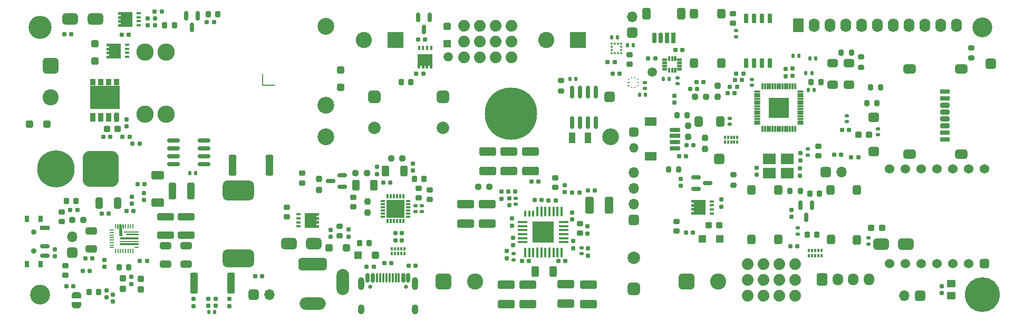
<source format=gbr>
%TF.GenerationSoftware,KiCad,Pcbnew,(6.0.2-0)*%
%TF.CreationDate,2023-06-03T21:04:40-06:00*%
%TF.ProjectId,Catlin RP2040 Sensing Controller,4361746c-696e-4205-9250-323034302053,rev?*%
%TF.SameCoordinates,Original*%
%TF.FileFunction,Soldermask,Top*%
%TF.FilePolarity,Negative*%
%FSLAX46Y46*%
G04 Gerber Fmt 4.6, Leading zero omitted, Abs format (unit mm)*
G04 Created by KiCad (PCBNEW (6.0.2-0)) date 2023-06-03 21:04:40*
%MOMM*%
%LPD*%
G01*
G04 APERTURE LIST*
G04 Aperture macros list*
%AMRoundRect*
0 Rectangle with rounded corners*
0 $1 Rounding radius*
0 $2 $3 $4 $5 $6 $7 $8 $9 X,Y pos of 4 corners*
0 Add a 4 corners polygon primitive as box body*
4,1,4,$2,$3,$4,$5,$6,$7,$8,$9,$2,$3,0*
0 Add four circle primitives for the rounded corners*
1,1,$1+$1,$2,$3*
1,1,$1+$1,$4,$5*
1,1,$1+$1,$6,$7*
1,1,$1+$1,$8,$9*
0 Add four rect primitives between the rounded corners*
20,1,$1+$1,$2,$3,$4,$5,0*
20,1,$1+$1,$4,$5,$6,$7,0*
20,1,$1+$1,$6,$7,$8,$9,0*
20,1,$1+$1,$8,$9,$2,$3,0*%
%AMFreePoly0*
4,1,17,1.395000,0.765000,0.900000,0.765000,0.900000,0.535000,1.395000,0.535000,1.395000,0.115000,0.900000,0.115000,0.900000,-0.115000,1.395000,-0.115000,1.395000,-0.535000,0.900000,-0.535000,0.900000,-0.765000,1.395000,-0.765000,1.395000,-1.185000,-0.900000,-1.185000,-0.900000,1.185000,1.395000,1.185000,1.395000,0.765000,1.395000,0.765000,$1*%
%AMFreePoly1*
4,1,22,0.500000,-0.750000,0.000000,-0.750000,0.000000,-0.745033,-0.079941,-0.743568,-0.215256,-0.701293,-0.333266,-0.622738,-0.424486,-0.514219,-0.481581,-0.384460,-0.499164,-0.250000,-0.500000,-0.250000,-0.500000,0.250000,-0.499164,0.250000,-0.499963,0.256109,-0.478152,0.396186,-0.417904,0.524511,-0.324060,0.630769,-0.204165,0.706417,-0.067858,0.745374,0.000000,0.744959,0.000000,0.750000,
0.500000,0.750000,0.500000,-0.750000,0.500000,-0.750000,$1*%
%AMFreePoly2*
4,1,20,0.000000,0.744959,0.073905,0.744508,0.209726,0.703889,0.328688,0.626782,0.421226,0.519385,0.479903,0.390333,0.500000,0.250000,0.500000,-0.250000,0.499851,-0.262216,0.476331,-0.402017,0.414519,-0.529596,0.319384,-0.634700,0.198574,-0.708877,0.061801,-0.746166,0.000000,-0.745033,0.000000,-0.750000,-0.500000,-0.750000,-0.500000,0.750000,0.000000,0.750000,0.000000,0.744959,
0.000000,0.744959,$1*%
G04 Aperture macros list end*
%ADD10C,0.200000*%
%ADD11C,0.100000*%
%ADD12C,0.010000*%
%ADD13RoundRect,0.105000X-0.245000X-0.105000X0.245000X-0.105000X0.245000X0.105000X-0.245000X0.105000X0*%
%ADD14R,0.700000X0.420000*%
%ADD15FreePoly0,0.000000*%
%ADD16RoundRect,0.425000X-0.425000X-0.425000X0.425000X-0.425000X0.425000X0.425000X-0.425000X0.425000X0*%
%ADD17RoundRect,0.250000X0.362500X1.425000X-0.362500X1.425000X-0.362500X-1.425000X0.362500X-1.425000X0*%
%ADD18RoundRect,0.450000X0.800000X0.450000X-0.800000X0.450000X-0.800000X-0.450000X0.800000X-0.450000X0*%
%ADD19RoundRect,0.225000X0.250000X-0.225000X0.250000X0.225000X-0.250000X0.225000X-0.250000X-0.225000X0*%
%ADD20RoundRect,0.250000X1.100000X-0.412500X1.100000X0.412500X-1.100000X0.412500X-1.100000X-0.412500X0*%
%ADD21RoundRect,0.155000X-0.155000X0.212500X-0.155000X-0.212500X0.155000X-0.212500X0.155000X0.212500X0*%
%ADD22RoundRect,0.155000X0.212500X0.155000X-0.212500X0.155000X-0.212500X-0.155000X0.212500X-0.155000X0*%
%ADD23RoundRect,0.150000X-0.150000X0.587500X-0.150000X-0.587500X0.150000X-0.587500X0.150000X0.587500X0*%
%ADD24RoundRect,0.375000X0.475000X-0.375000X0.475000X0.375000X-0.475000X0.375000X-0.475000X-0.375000X0*%
%ADD25RoundRect,0.155000X-0.212500X-0.155000X0.212500X-0.155000X0.212500X0.155000X-0.212500X0.155000X0*%
%ADD26RoundRect,0.425000X0.425000X0.425000X-0.425000X0.425000X-0.425000X-0.425000X0.425000X-0.425000X0*%
%ADD27O,1.700000X1.700000*%
%ADD28RoundRect,0.140000X-0.140000X-0.170000X0.140000X-0.170000X0.140000X0.170000X-0.140000X0.170000X0*%
%ADD29RoundRect,0.225000X-0.225000X-0.250000X0.225000X-0.250000X0.225000X0.250000X-0.225000X0.250000X0*%
%ADD30RoundRect,0.140000X0.170000X-0.140000X0.170000X0.140000X-0.170000X0.140000X-0.170000X-0.140000X0*%
%ADD31RoundRect,0.300000X-0.300000X0.300000X-0.300000X-0.300000X0.300000X-0.300000X0.300000X0.300000X0*%
%ADD32R,1.200000X1.200000*%
%ADD33RoundRect,0.155000X0.155000X-0.212500X0.155000X0.212500X-0.155000X0.212500X-0.155000X-0.212500X0*%
%ADD34RoundRect,0.150000X0.587500X0.150000X-0.587500X0.150000X-0.587500X-0.150000X0.587500X-0.150000X0*%
%ADD35RoundRect,0.237500X-0.250000X-0.237500X0.250000X-0.237500X0.250000X0.237500X-0.250000X0.237500X0*%
%ADD36RoundRect,0.160000X-0.160000X0.197500X-0.160000X-0.197500X0.160000X-0.197500X0.160000X0.197500X0*%
%ADD37RoundRect,0.105000X0.245000X0.105000X-0.245000X0.105000X-0.245000X-0.105000X0.245000X-0.105000X0*%
%ADD38FreePoly0,180.000000*%
%ADD39RoundRect,0.140000X0.140000X0.170000X-0.140000X0.170000X-0.140000X-0.170000X0.140000X-0.170000X0*%
%ADD40RoundRect,0.150000X0.150000X-0.825000X0.150000X0.825000X-0.150000X0.825000X-0.150000X-0.825000X0*%
%ADD41RoundRect,0.250000X-0.362500X-1.425000X0.362500X-1.425000X0.362500X1.425000X-0.362500X1.425000X0*%
%ADD42RoundRect,0.250000X-0.650000X0.325000X-0.650000X-0.325000X0.650000X-0.325000X0.650000X0.325000X0*%
%ADD43RoundRect,0.250000X-1.100000X0.412500X-1.100000X-0.412500X1.100000X-0.412500X1.100000X0.412500X0*%
%ADD44RoundRect,0.237500X0.237500X-0.250000X0.237500X0.250000X-0.237500X0.250000X-0.237500X-0.250000X0*%
%ADD45RoundRect,0.237500X-0.300000X-0.237500X0.300000X-0.237500X0.300000X0.237500X-0.300000X0.237500X0*%
%ADD46RoundRect,0.140000X-0.170000X0.140000X-0.170000X-0.140000X0.170000X-0.140000X0.170000X0.140000X0*%
%ADD47FreePoly1,90.000000*%
%ADD48FreePoly2,90.000000*%
%ADD49RoundRect,0.250000X0.450000X-0.350000X0.450000X0.350000X-0.450000X0.350000X-0.450000X-0.350000X0*%
%ADD50R,2.600000X2.600000*%
%ADD51C,2.600000*%
%ADD52RoundRect,0.200000X-0.200000X-0.275000X0.200000X-0.275000X0.200000X0.275000X-0.200000X0.275000X0*%
%ADD53C,3.712142*%
%ADD54RoundRect,0.150000X-0.825000X-0.150000X0.825000X-0.150000X0.825000X0.150000X-0.825000X0.150000X0*%
%ADD55RoundRect,0.425000X0.425000X-0.425000X0.425000X0.425000X-0.425000X0.425000X-0.425000X-0.425000X0*%
%ADD56C,0.650000*%
%ADD57RoundRect,0.150000X-0.150000X-0.575000X0.150000X-0.575000X0.150000X0.575000X-0.150000X0.575000X0*%
%ADD58RoundRect,0.075000X-0.075000X-0.650000X0.075000X-0.650000X0.075000X0.650000X-0.075000X0.650000X0*%
%ADD59O,1.000000X2.100000*%
%ADD60O,1.000000X1.600000*%
%ADD61C,1.879600*%
%ADD62RoundRect,0.050800X-0.304800X-0.050800X0.304800X-0.050800X0.304800X0.050800X-0.304800X0.050800X0*%
%ADD63RoundRect,0.076200X-1.435100X-0.076200X1.435100X-0.076200X1.435100X0.076200X-1.435100X0.076200X0*%
%ADD64RoundRect,0.050800X-1.460500X-0.050800X1.460500X-0.050800X1.460500X0.050800X-1.460500X0.050800X0*%
%ADD65RoundRect,0.063500X-0.952500X-0.063500X0.952500X-0.063500X0.952500X0.063500X-0.952500X0.063500X0*%
%ADD66RoundRect,0.050800X-1.155700X-0.050800X1.155700X-0.050800X1.155700X0.050800X-1.155700X0.050800X0*%
%ADD67RoundRect,0.050800X-0.050800X0.266700X-0.050800X-0.266700X0.050800X-0.266700X0.050800X0.266700X0*%
%ADD68R,0.203200X0.635000*%
%ADD69RoundRect,0.060000X-0.060000X0.295000X-0.060000X-0.295000X0.060000X-0.295000X0.060000X0.295000X0*%
%ADD70RoundRect,0.125000X-0.125000X-0.440000X0.125000X-0.440000X0.125000X0.440000X-0.125000X0.440000X0*%
%ADD71RoundRect,0.075000X-0.075000X0.895000X-0.075000X-0.895000X0.075000X-0.895000X0.075000X0.895000X0*%
%ADD72RoundRect,0.053375X-0.053374X0.261624X-0.053374X-0.261624X0.053374X-0.261624X0.053374X0.261624X0*%
%ADD73RoundRect,0.050000X-0.050000X0.257499X-0.050000X-0.257499X0.050000X-0.257499X0.050000X0.257499X0*%
%ADD74R,0.635000X0.203200*%
%ADD75RoundRect,0.050800X-0.266700X-0.050800X0.266700X-0.050800X0.266700X0.050800X-0.266700X0.050800X0*%
%ADD76RoundRect,0.300000X0.300000X-0.300000X0.300000X0.300000X-0.300000X0.300000X-0.300000X-0.300000X0*%
%ADD77RoundRect,0.300000X-0.300000X-0.300000X0.300000X-0.300000X0.300000X0.300000X-0.300000X0.300000X0*%
%ADD78RoundRect,0.225000X-0.250000X0.225000X-0.250000X-0.225000X0.250000X-0.225000X0.250000X0.225000X0*%
%ADD79RoundRect,0.237500X0.250000X0.237500X-0.250000X0.237500X-0.250000X-0.237500X0.250000X-0.237500X0*%
%ADD80RoundRect,0.160000X0.160000X-0.197500X0.160000X0.197500X-0.160000X0.197500X-0.160000X-0.197500X0*%
%ADD81RoundRect,0.250000X-0.325000X-0.650000X0.325000X-0.650000X0.325000X0.650000X-0.325000X0.650000X0*%
%ADD82RoundRect,0.150000X0.150000X-0.650000X0.150000X0.650000X-0.150000X0.650000X-0.150000X-0.650000X0*%
%ADD83RoundRect,0.200000X0.200000X0.275000X-0.200000X0.275000X-0.200000X-0.275000X0.200000X-0.275000X0*%
%ADD84RoundRect,0.250000X0.325000X1.100000X-0.325000X1.100000X-0.325000X-1.100000X0.325000X-1.100000X0*%
%ADD85RoundRect,0.218750X0.256250X-0.218750X0.256250X0.218750X-0.256250X0.218750X-0.256250X-0.218750X0*%
%ADD86RoundRect,0.200000X0.275000X-0.200000X0.275000X0.200000X-0.275000X0.200000X-0.275000X-0.200000X0*%
%ADD87RoundRect,0.237500X0.237500X-0.300000X0.237500X0.300000X-0.237500X0.300000X-0.237500X-0.300000X0*%
%ADD88RoundRect,0.050800X-0.300000X0.775000X-0.300000X-0.775000X0.300000X-0.775000X0.300000X0.775000X0*%
%ADD89RoundRect,0.200800X-0.150000X0.625000X-0.150000X-0.625000X0.150000X-0.625000X0.150000X0.625000X0*%
%ADD90RoundRect,0.350800X-0.300000X0.600000X-0.300000X-0.600000X0.300000X-0.600000X0.300000X0.600000X0*%
%ADD91RoundRect,0.075000X0.075000X0.200000X-0.075000X0.200000X-0.075000X-0.200000X0.075000X-0.200000X0*%
%ADD92RoundRect,0.100000X0.100000X0.175000X-0.100000X0.175000X-0.100000X-0.175000X0.100000X-0.175000X0*%
%ADD93RoundRect,0.500000X-0.500000X0.500000X-0.500000X-0.500000X0.500000X-0.500000X0.500000X0.500000X0*%
%ADD94C,2.000000*%
%ADD95RoundRect,0.325000X-0.525000X0.325000X-0.525000X-0.325000X0.525000X-0.325000X0.525000X0.325000X0*%
%ADD96RoundRect,0.250000X0.412500X1.100000X-0.412500X1.100000X-0.412500X-1.100000X0.412500X-1.100000X0*%
%ADD97R,0.800000X1.000000*%
%ADD98C,0.900000*%
%ADD99R,1.500000X0.700000*%
%ADD100RoundRect,0.175000X-0.575000X0.175000X-0.575000X-0.175000X0.575000X-0.175000X0.575000X0.175000X0*%
%ADD101R,0.850000X1.450000*%
%ADD102RoundRect,0.212500X0.212500X-0.512500X0.212500X0.512500X-0.212500X0.512500X-0.212500X-0.512500X0*%
%ADD103R,0.850000X1.050000*%
%ADD104R,4.700000X3.750000*%
%ADD105C,2.700000*%
%ADD106RoundRect,0.375000X-0.375000X-0.375000X0.375000X-0.375000X0.375000X0.375000X-0.375000X0.375000X0*%
%ADD107O,1.500000X1.500000*%
%ADD108RoundRect,0.650000X-0.650000X0.650000X-0.650000X-0.650000X0.650000X-0.650000X0.650000X0.650000X0*%
%ADD109RoundRect,0.225000X0.225000X0.250000X-0.225000X0.250000X-0.225000X-0.250000X0.225000X-0.250000X0*%
%ADD110RoundRect,0.075000X0.725000X-0.075000X0.725000X0.075000X-0.725000X0.075000X-0.725000X-0.075000X0*%
%ADD111RoundRect,0.075000X-0.075000X-0.725000X0.075000X-0.725000X0.075000X0.725000X-0.075000X0.725000X0*%
%ADD112RoundRect,0.075000X-0.075000X-0.730400X0.075000X-0.730400X0.075000X0.730400X-0.075000X0.730400X0*%
%ADD113RoundRect,0.075000X-0.074999X-0.730400X0.074999X-0.730400X0.074999X0.730400X-0.074999X0.730400X0*%
%ADD114RoundRect,0.075000X0.725000X-0.074999X0.725000X0.074999X-0.725000X0.074999X-0.725000X-0.074999X0*%
%ADD115RoundRect,0.081600X-0.081600X-0.718400X0.081600X-0.718400X0.081600X0.718400X-0.081600X0.718400X0*%
%ADD116RoundRect,0.075000X-0.075000X-0.425000X0.075000X-0.425000X0.075000X0.425000X-0.075000X0.425000X0*%
%ADD117R,3.505200X3.505200*%
%ADD118RoundRect,0.150000X-0.587500X-0.150000X0.587500X-0.150000X0.587500X0.150000X-0.587500X0.150000X0*%
%ADD119RoundRect,0.325000X-0.325000X-0.525000X0.325000X-0.525000X0.325000X0.525000X-0.325000X0.525000X0*%
%ADD120C,1.500000*%
%ADD121C,3.200000*%
%ADD122RoundRect,0.250000X-1.100000X0.325000X-1.100000X-0.325000X1.100000X-0.325000X1.100000X0.325000X0*%
%ADD123R,2.100000X1.800000*%
%ADD124RoundRect,0.218750X0.218750X0.256250X-0.218750X0.256250X-0.218750X-0.256250X0.218750X-0.256250X0*%
%ADD125RoundRect,0.237500X-0.237500X0.250000X-0.237500X-0.250000X0.237500X-0.250000X0.237500X0.250000X0*%
%ADD126R,0.420000X0.700000*%
%ADD127RoundRect,0.105000X-0.105000X0.245000X-0.105000X-0.245000X0.105000X-0.245000X0.105000X0.245000X0*%
%ADD128FreePoly0,270.000000*%
%ADD129RoundRect,0.237500X0.300000X0.237500X-0.300000X0.237500X-0.300000X-0.237500X0.300000X-0.237500X0*%
%ADD130RoundRect,0.425000X-0.425000X0.425000X-0.425000X-0.425000X0.425000X-0.425000X0.425000X0.425000X0*%
%ADD131RoundRect,0.325000X0.525000X-0.325000X0.525000X0.325000X-0.525000X0.325000X-0.525000X-0.325000X0*%
%ADD132RoundRect,0.250000X-0.312500X-0.625000X0.312500X-0.625000X0.312500X0.625000X-0.312500X0.625000X0*%
%ADD133RoundRect,0.250000X1.100000X-0.325000X1.100000X0.325000X-1.100000X0.325000X-1.100000X-0.325000X0*%
%ADD134RoundRect,0.500000X0.500000X-0.500000X0.500000X0.500000X-0.500000X0.500000X-0.500000X-0.500000X0*%
%ADD135RoundRect,0.237500X-0.237500X0.300000X-0.237500X-0.300000X0.237500X-0.300000X0.237500X0.300000X0*%
%ADD136RoundRect,0.250000X0.650000X-0.325000X0.650000X0.325000X-0.650000X0.325000X-0.650000X-0.325000X0*%
%ADD137C,5.600000*%
%ADD138RoundRect,0.075000X-0.075000X-0.300000X0.075000X-0.300000X0.075000X0.300000X-0.075000X0.300000X0*%
%ADD139RoundRect,0.075000X-0.300000X0.075000X-0.300000X-0.075000X0.300000X-0.075000X0.300000X0.075000X0*%
%ADD140R,2.850000X2.850000*%
%ADD141C,2.780000*%
%ADD142C,8.400000*%
%ADD143RoundRect,0.200800X-0.625000X-0.150000X0.625000X-0.150000X0.625000X0.150000X-0.625000X0.150000X0*%
%ADD144RoundRect,0.050800X-0.775000X-0.300000X0.775000X-0.300000X0.775000X0.300000X-0.775000X0.300000X0*%
%ADD145RoundRect,0.050800X-0.900000X-0.600000X0.900000X-0.600000X0.900000X0.600000X-0.900000X0.600000X0*%
%ADD146R,0.250000X0.275000*%
%ADD147R,0.275000X0.250000*%
%ADD148RoundRect,0.062500X-0.075000X-0.062500X0.075000X-0.062500X0.075000X0.062500X-0.075000X0.062500X0*%
%ADD149R,1.000000X1.800000*%
%ADD150RoundRect,0.075000X0.100000X0.075000X-0.100000X0.075000X-0.100000X-0.075000X0.100000X-0.075000X0*%
%ADD151RoundRect,0.075000X-0.075000X0.100000X-0.075000X-0.100000X0.075000X-0.100000X0.075000X0.100000X0*%
%ADD152RoundRect,0.250000X-0.600000X-0.725000X0.600000X-0.725000X0.600000X0.725000X-0.600000X0.725000X0*%
%ADD153O,1.700000X1.950000*%
%ADD154C,6.000000*%
%ADD155RoundRect,1.200000X1.700000X1.700000X-1.700000X1.700000X-1.700000X-1.700000X1.700000X-1.700000X0*%
%ADD156RoundRect,0.500000X-1.800000X-0.500000X1.800000X-0.500000X1.800000X0.500000X-1.800000X0.500000X0*%
%ADD157O,4.200000X2.000000*%
%ADD158O,2.000000X4.200000*%
%ADD159RoundRect,0.075000X-0.075000X-0.200000X0.075000X-0.200000X0.075000X0.200000X-0.075000X0.200000X0*%
%ADD160RoundRect,0.075000X-0.075000X-0.205000X0.075000X-0.205000X0.075000X0.205000X-0.075000X0.205000X0*%
%ADD161R,0.300000X0.550000*%
%ADD162RoundRect,0.325000X-0.325000X0.450000X-0.325000X-0.450000X0.325000X-0.450000X0.325000X0.450000X0*%
%ADD163RoundRect,0.450000X-0.800000X-0.450000X0.800000X-0.450000X0.800000X0.450000X-0.800000X0.450000X0*%
%ADD164RoundRect,0.300000X0.300000X0.300000X-0.300000X0.300000X-0.300000X-0.300000X0.300000X-0.300000X0*%
%ADD165RoundRect,0.350000X0.700000X-0.350000X0.700000X0.350000X-0.700000X0.350000X-0.700000X-0.350000X0*%
%ADD166RoundRect,0.218750X-0.218750X-0.256250X0.218750X-0.256250X0.218750X0.256250X-0.218750X0.256250X0*%
%ADD167RoundRect,0.100800X0.387500X0.050000X-0.387500X0.050000X-0.387500X-0.050000X0.387500X-0.050000X0*%
%ADD168RoundRect,0.050800X0.437500X0.100000X-0.437500X0.100000X-0.437500X-0.100000X0.437500X-0.100000X0*%
%ADD169RoundRect,0.100800X-0.050000X0.387500X-0.050000X-0.387500X0.050000X-0.387500X0.050000X0.387500X0*%
%ADD170RoundRect,0.050800X-0.100000X0.437500X-0.100000X-0.437500X0.100000X-0.437500X0.100000X0.437500X0*%
%ADD171RoundRect,0.050800X-0.437500X-0.100000X0.437500X-0.100000X0.437500X0.100000X-0.437500X0.100000X0*%
%ADD172RoundRect,0.100800X0.050000X-0.387500X0.050000X0.387500X-0.050000X0.387500X-0.050000X-0.387500X0*%
%ADD173RoundRect,0.050800X0.100000X-0.437500X0.100000X0.437500X-0.100000X0.437500X-0.100000X-0.437500X0*%
%ADD174RoundRect,0.210800X-1.440000X-1.440000X1.440000X-1.440000X1.440000X1.440000X-1.440000X1.440000X0*%
%ADD175RoundRect,0.325000X0.325000X-0.450000X0.325000X0.450000X-0.325000X0.450000X-0.325000X-0.450000X0*%
%ADD176RoundRect,0.250000X-0.620000X-0.845000X0.620000X-0.845000X0.620000X0.845000X-0.620000X0.845000X0*%
%ADD177O,1.740000X2.190000*%
%ADD178RoundRect,0.650000X-0.650000X-0.650000X0.650000X-0.650000X0.650000X0.650000X-0.650000X0.650000X0*%
%ADD179R,1.500000X0.800000*%
%ADD180RoundRect,0.200000X-0.550000X0.200000X-0.550000X-0.200000X0.550000X-0.200000X0.550000X0.200000X0*%
%ADD181RoundRect,0.362500X-0.637500X0.362500X-0.637500X-0.362500X0.637500X-0.362500X0.637500X0.362500X0*%
%ADD182RoundRect,0.725000X-1.775000X-0.725000X1.775000X-0.725000X1.775000X0.725000X-1.775000X0.725000X0*%
%ADD183RoundRect,0.825000X-1.675000X-0.825000X1.675000X-0.825000X1.675000X0.825000X-1.675000X0.825000X0*%
%ADD184RoundRect,0.250000X0.312500X0.625000X-0.312500X0.625000X-0.312500X-0.625000X0.312500X-0.625000X0*%
%ADD185RoundRect,0.382500X0.382500X-0.382500X0.382500X0.382500X-0.382500X0.382500X-0.382500X-0.382500X0*%
%ADD186C,1.530000*%
G04 APERTURE END LIST*
D10*
X66900000Y-59925000D02*
X66900000Y-58200000D01*
X66925000Y-59925000D02*
X68850000Y-59925000D01*
D11*
%TO.C,U10*%
X43635929Y-82407103D02*
X43660000Y-82410000D01*
X43660000Y-82410000D02*
X43660000Y-82880000D01*
X43660000Y-82880000D02*
X43660124Y-82936625D01*
X43660124Y-82936625D02*
X43650000Y-82920000D01*
X43650000Y-82920000D02*
X43650000Y-82936625D01*
X43650000Y-82936625D02*
X43650000Y-82940000D01*
X43650000Y-82940000D02*
X43640000Y-82950000D01*
X43640000Y-82950000D02*
X43640000Y-82940000D01*
X43640000Y-82940000D02*
X43630000Y-82940000D01*
X43630000Y-82940000D02*
X43630000Y-82930000D01*
X43630000Y-82930000D02*
X43620000Y-82940000D01*
X43620000Y-82940000D02*
X43606750Y-82936625D01*
X43606750Y-82936625D02*
X43593555Y-82940000D01*
X43593555Y-82940000D02*
X43578159Y-82940000D01*
X43578159Y-82940000D02*
X43565524Y-82936447D01*
X43565524Y-82936447D02*
X43556135Y-82918881D01*
X43556135Y-82918881D02*
X43550353Y-82899822D01*
X43550353Y-82899822D02*
X43548401Y-82880001D01*
X43548401Y-82880001D02*
X43548401Y-82420001D01*
X43548401Y-82420001D02*
X43553376Y-82413377D01*
X43553376Y-82413377D02*
X43635929Y-82407103D01*
G36*
X43660000Y-82410000D02*
G01*
X43660000Y-82880000D01*
X43660124Y-82936625D01*
X43650000Y-82920000D01*
X43650000Y-82940000D01*
X43640000Y-82950000D01*
X43640000Y-82940000D01*
X43630000Y-82940000D01*
X43630000Y-82930000D01*
X43620000Y-82940000D01*
X43606750Y-82936625D01*
X43593555Y-82940000D01*
X43578159Y-82940000D01*
X43565524Y-82936447D01*
X43556135Y-82918881D01*
X43550353Y-82899822D01*
X43548401Y-82880001D01*
X43548401Y-82420001D01*
X43553376Y-82413377D01*
X43635929Y-82407103D01*
X43660000Y-82410000D01*
G37*
X43660000Y-82410000D02*
X43660000Y-82880000D01*
X43660124Y-82936625D01*
X43650000Y-82920000D01*
X43650000Y-82940000D01*
X43640000Y-82950000D01*
X43640000Y-82940000D01*
X43630000Y-82940000D01*
X43630000Y-82930000D01*
X43620000Y-82940000D01*
X43606750Y-82936625D01*
X43593555Y-82940000D01*
X43578159Y-82940000D01*
X43565524Y-82936447D01*
X43556135Y-82918881D01*
X43550353Y-82899822D01*
X43548401Y-82880001D01*
X43548401Y-82420001D01*
X43553376Y-82413377D01*
X43635929Y-82407103D01*
X43660000Y-82410000D01*
X44526601Y-82345001D02*
X44541601Y-82420001D01*
X44541601Y-82420001D02*
X44541601Y-82880001D01*
X44541601Y-82880001D02*
X44540000Y-82899822D01*
X44540000Y-82899822D02*
X44540000Y-82918881D01*
X44540000Y-82918881D02*
X44534479Y-82936447D01*
X44534479Y-82936447D02*
X44521843Y-82951843D01*
X44521843Y-82951843D02*
X44506447Y-82964478D01*
X44506447Y-82964478D02*
X44488882Y-82973867D01*
X44488882Y-82973867D02*
X44469822Y-82979649D01*
X44469822Y-82979649D02*
X44450001Y-82981601D01*
X44450001Y-82981601D02*
X44430180Y-82979649D01*
X44430180Y-82979649D02*
X44411121Y-82973867D01*
X44411121Y-82973867D02*
X44410000Y-82960000D01*
X44410000Y-82960000D02*
X44400000Y-82950000D01*
X44400000Y-82950000D02*
X44390000Y-82930000D01*
X44390000Y-82930000D02*
X44390000Y-82920000D01*
X44390000Y-82920000D02*
X44400000Y-82910000D01*
X44400000Y-82910000D02*
X44398401Y-82880001D01*
X44398401Y-82880001D02*
X44398401Y-82420001D01*
X44398401Y-82420001D02*
X44400000Y-82350000D01*
X44400000Y-82350000D02*
X44526601Y-82345001D01*
G36*
X44541601Y-82420001D02*
G01*
X44541601Y-82880001D01*
X44540000Y-82899822D01*
X44540000Y-82918881D01*
X44534479Y-82936447D01*
X44521843Y-82951843D01*
X44506447Y-82964478D01*
X44488882Y-82973867D01*
X44469822Y-82979649D01*
X44450001Y-82981601D01*
X44430180Y-82979649D01*
X44411121Y-82973867D01*
X44410000Y-82960000D01*
X44400000Y-82950000D01*
X44390000Y-82930000D01*
X44390000Y-82920000D01*
X44400000Y-82910000D01*
X44398401Y-82880001D01*
X44398401Y-82420001D01*
X44400000Y-82350000D01*
X44526601Y-82345001D01*
X44541601Y-82420001D01*
G37*
X44541601Y-82420001D02*
X44541601Y-82880001D01*
X44540000Y-82899822D01*
X44540000Y-82918881D01*
X44534479Y-82936447D01*
X44521843Y-82951843D01*
X44506447Y-82964478D01*
X44488882Y-82973867D01*
X44469822Y-82979649D01*
X44450001Y-82981601D01*
X44430180Y-82979649D01*
X44411121Y-82973867D01*
X44410000Y-82960000D01*
X44400000Y-82950000D01*
X44390000Y-82930000D01*
X44390000Y-82920000D01*
X44400000Y-82910000D01*
X44398401Y-82880001D01*
X44398401Y-82420001D01*
X44400000Y-82350000D01*
X44526601Y-82345001D01*
X44541601Y-82420001D01*
X44126601Y-82345001D02*
X44151601Y-82420001D01*
X44151601Y-82420001D02*
X44150000Y-83090000D01*
X44150000Y-83090000D02*
X44301601Y-83200000D01*
X44301601Y-83200000D02*
X44301601Y-84190001D01*
X44301601Y-84190001D02*
X43901601Y-84190001D01*
X43901601Y-84190001D02*
X43900000Y-83220000D01*
X43900000Y-83220000D02*
X43950000Y-83080000D01*
X43950000Y-83080000D02*
X43948401Y-82420001D01*
X43948401Y-82420001D02*
X43973401Y-82345001D01*
X43973401Y-82345001D02*
X44126601Y-82345001D01*
G36*
X44151601Y-82420001D02*
G01*
X44150000Y-83090000D01*
X44301601Y-83200000D01*
X44301601Y-84190001D01*
X43901601Y-84190001D01*
X43900000Y-83220000D01*
X43950000Y-83080000D01*
X43948401Y-82420001D01*
X43973401Y-82345001D01*
X44126601Y-82345001D01*
X44151601Y-82420001D01*
G37*
X44151601Y-82420001D02*
X44150000Y-83090000D01*
X44301601Y-83200000D01*
X44301601Y-84190001D01*
X43901601Y-84190001D01*
X43900000Y-83220000D01*
X43950000Y-83080000D01*
X43948401Y-82420001D01*
X43973401Y-82345001D01*
X44126601Y-82345001D01*
X44151601Y-82420001D01*
D12*
%TO.C,U1*%
X132945000Y-57140000D02*
X133255000Y-57140000D01*
X133255000Y-57140000D02*
X133255000Y-57790000D01*
X133255000Y-57790000D02*
X132945000Y-57790000D01*
X132945000Y-57790000D02*
X132945000Y-57140000D01*
G36*
X133255000Y-57790000D02*
G01*
X132945000Y-57790000D01*
X132945000Y-57140000D01*
X133255000Y-57140000D01*
X133255000Y-57790000D01*
G37*
X133255000Y-57790000D02*
X132945000Y-57790000D01*
X132945000Y-57140000D01*
X133255000Y-57140000D01*
X133255000Y-57790000D01*
X131085000Y-55625000D02*
X131745000Y-55625000D01*
X131745000Y-55625000D02*
X131745000Y-55950000D01*
X131745000Y-55950000D02*
X131085000Y-55950000D01*
X131085000Y-55950000D02*
X131085000Y-55625000D01*
G36*
X131745000Y-55950000D02*
G01*
X131085000Y-55950000D01*
X131085000Y-55625000D01*
X131745000Y-55625000D01*
X131745000Y-55950000D01*
G37*
X131745000Y-55950000D02*
X131085000Y-55950000D01*
X131085000Y-55625000D01*
X131745000Y-55625000D01*
X131745000Y-55950000D01*
X132945000Y-55310000D02*
X133255000Y-55310000D01*
X133255000Y-55310000D02*
X133255000Y-55960000D01*
X133255000Y-55960000D02*
X132945000Y-55960000D01*
X132945000Y-55960000D02*
X132945000Y-55310000D01*
G36*
X133255000Y-55960000D02*
G01*
X132945000Y-55960000D01*
X132945000Y-55310000D01*
X133255000Y-55310000D01*
X133255000Y-55960000D01*
G37*
X133255000Y-55960000D02*
X132945000Y-55960000D01*
X132945000Y-55310000D01*
X133255000Y-55310000D01*
X133255000Y-55960000D01*
X132445000Y-55310000D02*
X132755000Y-55310000D01*
X132755000Y-55310000D02*
X132755000Y-55960000D01*
X132755000Y-55960000D02*
X132445000Y-55960000D01*
X132445000Y-55960000D02*
X132445000Y-55310000D01*
G36*
X132755000Y-55960000D02*
G01*
X132445000Y-55960000D01*
X132445000Y-55310000D01*
X132755000Y-55310000D01*
X132755000Y-55960000D01*
G37*
X132755000Y-55960000D02*
X132445000Y-55960000D01*
X132445000Y-55310000D01*
X132755000Y-55310000D01*
X132755000Y-55960000D01*
X131085000Y-56650000D02*
X131745000Y-56650000D01*
X131745000Y-56650000D02*
X131745000Y-56950000D01*
X131745000Y-56950000D02*
X131085000Y-56950000D01*
X131085000Y-56950000D02*
X131085000Y-56650000D01*
G36*
X131745000Y-56950000D02*
G01*
X131085000Y-56950000D01*
X131085000Y-56650000D01*
X131745000Y-56650000D01*
X131745000Y-56950000D01*
G37*
X131745000Y-56950000D02*
X131085000Y-56950000D01*
X131085000Y-56650000D01*
X131745000Y-56650000D01*
X131745000Y-56950000D01*
X131085000Y-56150000D02*
X131745000Y-56150000D01*
X131745000Y-56150000D02*
X131745000Y-56450000D01*
X131745000Y-56450000D02*
X131085000Y-56450000D01*
X131085000Y-56450000D02*
X131085000Y-56150000D01*
G36*
X131745000Y-56450000D02*
G01*
X131085000Y-56450000D01*
X131085000Y-56150000D01*
X131745000Y-56150000D01*
X131745000Y-56450000D01*
G37*
X131745000Y-56450000D02*
X131085000Y-56450000D01*
X131085000Y-56150000D01*
X131745000Y-56150000D01*
X131745000Y-56450000D01*
X133455000Y-56650000D02*
X134115000Y-56650000D01*
X134115000Y-56650000D02*
X134115000Y-56950000D01*
X134115000Y-56950000D02*
X133455000Y-56950000D01*
X133455000Y-56950000D02*
X133455000Y-56650000D01*
G36*
X134115000Y-56950000D02*
G01*
X133455000Y-56950000D01*
X133455000Y-56650000D01*
X134115000Y-56650000D01*
X134115000Y-56950000D01*
G37*
X134115000Y-56950000D02*
X133455000Y-56950000D01*
X133455000Y-56650000D01*
X134115000Y-56650000D01*
X134115000Y-56950000D01*
X131945000Y-57140000D02*
X132255000Y-57140000D01*
X132255000Y-57140000D02*
X132255000Y-57790000D01*
X132255000Y-57790000D02*
X131945000Y-57790000D01*
X131945000Y-57790000D02*
X131945000Y-57140000D01*
G36*
X132255000Y-57790000D02*
G01*
X131945000Y-57790000D01*
X131945000Y-57140000D01*
X132255000Y-57140000D01*
X132255000Y-57790000D01*
G37*
X132255000Y-57790000D02*
X131945000Y-57790000D01*
X131945000Y-57140000D01*
X132255000Y-57140000D01*
X132255000Y-57790000D01*
X133455000Y-55650000D02*
X134115000Y-55650000D01*
X134115000Y-55650000D02*
X134115000Y-55950000D01*
X134115000Y-55950000D02*
X133455000Y-55950000D01*
X133455000Y-55950000D02*
X133455000Y-55650000D01*
G36*
X134115000Y-55950000D02*
G01*
X133455000Y-55950000D01*
X133455000Y-55650000D01*
X134115000Y-55650000D01*
X134115000Y-55950000D01*
G37*
X134115000Y-55950000D02*
X133455000Y-55950000D01*
X133455000Y-55650000D01*
X134115000Y-55650000D01*
X134115000Y-55950000D01*
X131945000Y-55310000D02*
X132255000Y-55310000D01*
X132255000Y-55310000D02*
X132255000Y-55960000D01*
X132255000Y-55960000D02*
X131945000Y-55960000D01*
X131945000Y-55960000D02*
X131945000Y-55310000D01*
G36*
X132255000Y-55960000D02*
G01*
X131945000Y-55960000D01*
X131945000Y-55310000D01*
X132255000Y-55310000D01*
X132255000Y-55960000D01*
G37*
X132255000Y-55960000D02*
X131945000Y-55960000D01*
X131945000Y-55310000D01*
X132255000Y-55310000D01*
X132255000Y-55960000D01*
X131085000Y-57150000D02*
X131745000Y-57150000D01*
X131745000Y-57150000D02*
X131745000Y-57450000D01*
X131745000Y-57450000D02*
X131085000Y-57450000D01*
X131085000Y-57450000D02*
X131085000Y-57150000D01*
G36*
X131745000Y-57450000D02*
G01*
X131085000Y-57450000D01*
X131085000Y-57150000D01*
X131745000Y-57150000D01*
X131745000Y-57450000D01*
G37*
X131745000Y-57450000D02*
X131085000Y-57450000D01*
X131085000Y-57150000D01*
X131745000Y-57150000D01*
X131745000Y-57450000D01*
X133455000Y-56150000D02*
X134115000Y-56150000D01*
X134115000Y-56150000D02*
X134115000Y-56450000D01*
X134115000Y-56450000D02*
X133455000Y-56450000D01*
X133455000Y-56450000D02*
X133455000Y-56150000D01*
G36*
X134115000Y-56450000D02*
G01*
X133455000Y-56450000D01*
X133455000Y-56150000D01*
X134115000Y-56150000D01*
X134115000Y-56450000D01*
G37*
X134115000Y-56450000D02*
X133455000Y-56450000D01*
X133455000Y-56150000D01*
X134115000Y-56150000D01*
X134115000Y-56450000D01*
X133455000Y-57150000D02*
X134115000Y-57150000D01*
X134115000Y-57150000D02*
X134115000Y-57450000D01*
X134115000Y-57450000D02*
X133455000Y-57450000D01*
X133455000Y-57450000D02*
X133455000Y-57150000D01*
G36*
X134115000Y-57450000D02*
G01*
X133455000Y-57450000D01*
X133455000Y-57150000D01*
X134115000Y-57150000D01*
X134115000Y-57450000D01*
G37*
X134115000Y-57450000D02*
X133455000Y-57450000D01*
X133455000Y-57150000D01*
X134115000Y-57150000D01*
X134115000Y-57450000D01*
X132445000Y-57140000D02*
X132755000Y-57140000D01*
X132755000Y-57140000D02*
X132755000Y-57790000D01*
X132755000Y-57790000D02*
X132445000Y-57790000D01*
X132445000Y-57790000D02*
X132445000Y-57140000D01*
G36*
X132755000Y-57790000D02*
G01*
X132445000Y-57790000D01*
X132445000Y-57140000D01*
X132755000Y-57140000D01*
X132755000Y-57790000D01*
G37*
X132755000Y-57790000D02*
X132445000Y-57790000D01*
X132445000Y-57140000D01*
X132755000Y-57140000D01*
X132755000Y-57790000D01*
%TD*%
D13*
%TO.C,Q2*%
X72600000Y-80725000D03*
D14*
X72600000Y-81375000D03*
D13*
X72600000Y-82025000D03*
X72600000Y-82675000D03*
D15*
X74555000Y-81700000D03*
%TD*%
D16*
%TO.C,J9*%
X183800000Y-56500000D03*
%TD*%
D17*
%TO.C,R48*%
X61762500Y-91800000D03*
X55837500Y-91800000D03*
%TD*%
D18*
%TO.C,D17*%
X40000000Y-49300000D03*
X36000000Y-49300000D03*
%TD*%
D19*
%TO.C,R44*%
X35200000Y-90525000D03*
X35200000Y-88975000D03*
%TD*%
D20*
%TO.C,C67*%
X119200000Y-95125000D03*
X119200000Y-92000000D03*
%TD*%
D21*
%TO.C,C74*%
X116600000Y-80432500D03*
X116600000Y-81567500D03*
%TD*%
D22*
%TO.C,R6*%
X159767500Y-71150000D03*
X158632500Y-71150000D03*
%TD*%
D23*
%TO.C,Q1*%
X155125000Y-79287500D03*
X153225000Y-79287500D03*
X154175000Y-81162500D03*
%TD*%
D24*
%TO.C,J7*%
X165000000Y-70650000D03*
%TD*%
D25*
%TO.C,R13*%
X151582500Y-85850000D03*
X152717500Y-85850000D03*
%TD*%
D21*
%TO.C,C25*%
X153150000Y-73332500D03*
X153150000Y-74467500D03*
%TD*%
D26*
%TO.C,J16*%
X36290000Y-86900000D03*
D27*
X36290000Y-84360000D03*
%TD*%
D28*
%TO.C,C1*%
X131220000Y-58900000D03*
X132180000Y-58900000D03*
%TD*%
D29*
%TO.C,C31*%
X82425000Y-85350000D03*
X83975000Y-85350000D03*
%TD*%
D22*
%TO.C,R14*%
X143047500Y-60200000D03*
X141912500Y-60200000D03*
%TD*%
D30*
%TO.C,C24*%
X165700000Y-67930000D03*
X165700000Y-66970000D03*
%TD*%
%TO.C,C10*%
X141900000Y-66225000D03*
X141900000Y-65265000D03*
%TD*%
D21*
%TO.C,R40*%
X77800000Y-83232500D03*
X77800000Y-84367500D03*
%TD*%
D31*
%TO.C,D18*%
X39945000Y-56015000D03*
X39945000Y-53215000D03*
%TD*%
D32*
%TO.C,D13*%
X140307500Y-84640000D03*
X137507500Y-84640000D03*
%TD*%
D25*
%TO.C,C62*%
X114332500Y-88250000D03*
X115467500Y-88250000D03*
%TD*%
D33*
%TO.C,R47*%
X61500000Y-95467500D03*
X61500000Y-94332500D03*
%TD*%
D34*
%TO.C,Q10*%
X79687500Y-76300000D03*
X79687500Y-74400000D03*
X77812500Y-75350000D03*
%TD*%
D35*
%TO.C,R95*%
X87512500Y-71675000D03*
X89337500Y-71675000D03*
%TD*%
D29*
%TO.C,R32*%
X58125000Y-48500000D03*
X59675000Y-48500000D03*
%TD*%
D25*
%TO.C,C34*%
X83582500Y-89150000D03*
X84717500Y-89150000D03*
%TD*%
D33*
%TO.C,R79*%
X106500000Y-79267500D03*
X106500000Y-78132500D03*
%TD*%
D24*
%TO.C,J8*%
X165000000Y-65100000D03*
%TD*%
D36*
%TO.C,R101*%
X89225000Y-83752500D03*
X89225000Y-84947500D03*
%TD*%
D14*
%TO.C,Q7*%
X47000000Y-50300000D03*
X47000000Y-49650000D03*
D37*
X47000000Y-49000000D03*
X47000000Y-48350000D03*
D38*
X45045000Y-49325000D03*
%TD*%
D39*
%TO.C,C39*%
X59180000Y-96450000D03*
X58220000Y-96450000D03*
%TD*%
D30*
%TO.C,C11*%
X145400000Y-59980000D03*
X145400000Y-59020000D03*
%TD*%
D22*
%TO.C,C52*%
X59067500Y-49800000D03*
X57932500Y-49800000D03*
%TD*%
D40*
%TO.C,U3*%
X116595000Y-65975000D03*
X117865000Y-65975000D03*
X119135000Y-65975000D03*
X120405000Y-65975000D03*
X120405000Y-61025000D03*
X119135000Y-61025000D03*
X117865000Y-61025000D03*
X116595000Y-61025000D03*
%TD*%
D41*
%TO.C,R53*%
X62067500Y-72800000D03*
X67992500Y-72800000D03*
%TD*%
D42*
%TO.C,C40*%
X54600000Y-85775000D03*
X54600000Y-88725000D03*
%TD*%
D25*
%TO.C,R42*%
X65682500Y-90650000D03*
X66817500Y-90650000D03*
%TD*%
D43*
%TO.C,C76*%
X109860000Y-70637500D03*
X109860000Y-73762500D03*
%TD*%
D44*
%TO.C,R100*%
X83750000Y-80462500D03*
X83750000Y-78637500D03*
%TD*%
D45*
%TO.C,C23*%
X162537500Y-67900000D03*
X164262500Y-67900000D03*
%TD*%
D22*
%TO.C,R2*%
X129937500Y-55650000D03*
X128802500Y-55650000D03*
%TD*%
D36*
%TO.C,R76*%
X116700000Y-85002500D03*
X116700000Y-86197500D03*
%TD*%
D46*
%TO.C,C13*%
X154450000Y-70220000D03*
X154450000Y-71180000D03*
%TD*%
D33*
%TO.C,R18*%
X152000000Y-58385000D03*
X152000000Y-57250000D03*
%TD*%
D22*
%TO.C,R43*%
X36167500Y-51700000D03*
X35032500Y-51700000D03*
%TD*%
D33*
%TO.C,R51*%
X55800000Y-95467500D03*
X55800000Y-94332500D03*
%TD*%
D47*
%TO.C,JP4*%
X36980000Y-95350000D03*
D48*
X36980000Y-93750000D03*
%TD*%
D22*
%TO.C,R88*%
X92667500Y-58100000D03*
X91532500Y-58100000D03*
%TD*%
D49*
%TO.C,JP3*%
X177450000Y-93850000D03*
X177450000Y-91850000D03*
%TD*%
D50*
%TO.C,J25*%
X117495000Y-52695000D03*
D51*
X112415000Y-52695000D03*
%TD*%
D52*
%TO.C,R8*%
X163875000Y-62850000D03*
X165525000Y-62850000D03*
%TD*%
D28*
%TO.C,C14*%
X154500000Y-60680000D03*
X155460000Y-60680000D03*
%TD*%
D46*
%TO.C,C2*%
X133500000Y-58720000D03*
X133500000Y-59680000D03*
%TD*%
D19*
%TO.C,C82*%
X93725000Y-78350000D03*
X93725000Y-76800000D03*
%TD*%
D39*
%TO.C,C8*%
X123880000Y-52250000D03*
X122920000Y-52250000D03*
%TD*%
D19*
%TO.C,C73*%
X113825000Y-76400000D03*
X113825000Y-74850000D03*
%TD*%
D33*
%TO.C,R50*%
X45900000Y-79017500D03*
X45900000Y-77882500D03*
%TD*%
D53*
%TO.C,H3*%
X31150000Y-50600000D03*
%TD*%
D33*
%TO.C,R64*%
X45050000Y-66567500D03*
X45050000Y-65432500D03*
%TD*%
D28*
%TO.C,C6*%
X125420000Y-53500000D03*
X126380000Y-53500000D03*
%TD*%
D25*
%TO.C,C42*%
X45032500Y-80180000D03*
X46167500Y-80180000D03*
%TD*%
D30*
%TO.C,C60*%
X107550000Y-79080000D03*
X107550000Y-78120000D03*
%TD*%
%TO.C,C22*%
X152800000Y-83880000D03*
X152800000Y-82920000D03*
%TD*%
D54*
%TO.C,U11*%
X52550000Y-68845000D03*
X52550000Y-70115000D03*
X52550000Y-71385000D03*
X52550000Y-72655000D03*
X57500000Y-72655000D03*
X57500000Y-71385000D03*
X57500000Y-70115000D03*
X57500000Y-68845000D03*
%TD*%
D55*
%TO.C,J14*%
X65425000Y-93600000D03*
D27*
X67965000Y-93600000D03*
%TD*%
D56*
%TO.C,J15*%
X84110000Y-92360000D03*
X89890000Y-92360000D03*
D57*
X83750000Y-90915000D03*
X84550000Y-90915000D03*
D58*
X85750000Y-90915000D03*
X86750000Y-90915000D03*
X87250000Y-90915000D03*
X88250000Y-90915000D03*
D57*
X89450000Y-90915000D03*
X90250000Y-90915000D03*
X90250000Y-90915000D03*
X89450000Y-90915000D03*
D58*
X88750000Y-90915000D03*
X87750000Y-90915000D03*
X86250000Y-90915000D03*
X85250000Y-90915000D03*
D57*
X84550000Y-90915000D03*
X83750000Y-90915000D03*
D59*
X82680000Y-91830000D03*
D60*
X82680000Y-96010000D03*
X91320000Y-96010000D03*
D59*
X91320000Y-91830000D03*
%TD*%
D61*
%TO.C,JP7*%
X152360000Y-88710000D03*
X152360000Y-91250000D03*
X152360000Y-93790000D03*
X149820000Y-88710000D03*
X149820000Y-91250000D03*
X149820000Y-93790000D03*
X147280000Y-88710000D03*
X147280000Y-91250000D03*
X147280000Y-93790000D03*
X144740000Y-88710000D03*
X144740000Y-91250000D03*
X144740000Y-93790000D03*
%TD*%
D62*
%TO.C,U10*%
X46599499Y-86050000D03*
D63*
X45443499Y-85550001D03*
D64*
X45443499Y-85049999D03*
D63*
X45443499Y-84550000D03*
D65*
X45938499Y-84025000D03*
D66*
X45748499Y-83550001D03*
D67*
X46050000Y-82662501D03*
D68*
X45650001Y-82662501D03*
X45249999Y-82662501D03*
D67*
X44850000Y-82662501D03*
D69*
X44470000Y-82655000D03*
D70*
X44100000Y-83675000D03*
D71*
X44050000Y-83270000D03*
D72*
X43606750Y-82675001D03*
D73*
X43220000Y-82652501D03*
D74*
X42662501Y-83250000D03*
X42662501Y-83649999D03*
D75*
X42662501Y-84050001D03*
X42662501Y-84450000D03*
X42662501Y-84850000D03*
D74*
X42662501Y-85249999D03*
D75*
X42662501Y-85650001D03*
X42662501Y-86050000D03*
D67*
X43250000Y-86637499D03*
D68*
X43649999Y-86637499D03*
X44050001Y-86637499D03*
X44450000Y-86637499D03*
X44850000Y-86637499D03*
X45249999Y-86637499D03*
X45650001Y-86637499D03*
D67*
X46050000Y-86637499D03*
%TD*%
D76*
%TO.C,D19*%
X79410000Y-57450000D03*
X79410000Y-60250000D03*
%TD*%
D35*
%TO.C,R26*%
X136287500Y-61800000D03*
X138112500Y-61800000D03*
%TD*%
D77*
%TO.C,D5*%
X80350000Y-86070000D03*
X77550000Y-86070000D03*
%TD*%
D78*
%TO.C,C27*%
X70775000Y-79550000D03*
X70775000Y-81100000D03*
%TD*%
D79*
%TO.C,R58*%
X38112500Y-81600000D03*
X36287500Y-81600000D03*
%TD*%
D52*
%TO.C,R10*%
X159775000Y-54700000D03*
X161425000Y-54700000D03*
%TD*%
D80*
%TO.C,R78*%
X107100000Y-85697500D03*
X107100000Y-84502500D03*
%TD*%
D81*
%TO.C,C49*%
X40625000Y-78900000D03*
X43575000Y-78900000D03*
%TD*%
D23*
%TO.C,Q9*%
X93750000Y-49057500D03*
X91850000Y-49057500D03*
X92800000Y-50932500D03*
%TD*%
D82*
%TO.C,U6*%
X144495000Y-56400000D03*
X145765000Y-56400000D03*
X147035000Y-56400000D03*
X148305000Y-56400000D03*
X148305000Y-49200000D03*
X147035000Y-49200000D03*
X145765000Y-49200000D03*
X144495000Y-49200000D03*
%TD*%
D83*
%TO.C,R7*%
X166125000Y-60300000D03*
X164475000Y-60300000D03*
%TD*%
D21*
%TO.C,C28*%
X175900000Y-92265000D03*
X175900000Y-93400000D03*
%TD*%
D84*
%TO.C,C38*%
X55325000Y-76990000D03*
X52375000Y-76990000D03*
%TD*%
D85*
%TO.C,D12*%
X34600000Y-81887500D03*
X34600000Y-80312500D03*
%TD*%
D55*
%TO.C,J5*%
X157325000Y-73925000D03*
D27*
X159865000Y-73925000D03*
%TD*%
D28*
%TO.C,C5*%
X116195000Y-58950000D03*
X117155000Y-58950000D03*
%TD*%
D22*
%TO.C,C53*%
X42167500Y-80600000D03*
X41032500Y-80600000D03*
%TD*%
D86*
%TO.C,R28*%
X180700000Y-55550000D03*
X180700000Y-53900000D03*
%TD*%
D87*
%TO.C,C48*%
X44400000Y-92712500D03*
X44400000Y-90987500D03*
%TD*%
D88*
%TO.C,CONN2*%
X132800000Y-52312500D03*
X131800000Y-52312500D03*
D89*
X130800000Y-52312500D03*
X129800000Y-52312500D03*
D90*
X134100000Y-48412500D03*
X128500000Y-48412500D03*
%TD*%
D25*
%TO.C,R15*%
X141532500Y-61200000D03*
X142667500Y-61200000D03*
%TD*%
D91*
%TO.C,U9*%
X89650000Y-86265000D03*
X89150000Y-86265000D03*
D92*
X88650000Y-86265000D03*
D91*
X88150000Y-86265000D03*
X87650000Y-86265000D03*
X87650000Y-87035000D03*
X88150000Y-87035000D03*
D92*
X88650000Y-87035000D03*
D91*
X89150000Y-87035000D03*
X89650000Y-87035000D03*
%TD*%
D28*
%TO.C,C3*%
X127370000Y-61450000D03*
X128330000Y-61450000D03*
%TD*%
D20*
%TO.C,C63*%
X109450000Y-95162500D03*
X109450000Y-92037500D03*
%TD*%
D22*
%TO.C,R68*%
X42417500Y-68250000D03*
X41282500Y-68250000D03*
%TD*%
D25*
%TO.C,R3*%
X123082500Y-58100000D03*
X124217500Y-58100000D03*
%TD*%
D22*
%TO.C,R71*%
X49567500Y-49200000D03*
X48432500Y-49200000D03*
%TD*%
D25*
%TO.C,R93*%
X86232500Y-75650000D03*
X87367500Y-75650000D03*
%TD*%
%TO.C,R62*%
X37982500Y-89800000D03*
X39117500Y-89800000D03*
%TD*%
D14*
%TO.C,Q6*%
X45100000Y-55375000D03*
X45100000Y-54725000D03*
D37*
X45100000Y-54075000D03*
X45100000Y-53425000D03*
D38*
X43145000Y-54400000D03*
%TD*%
D33*
%TO.C,C35*%
X47820000Y-78407500D03*
X47820000Y-77272500D03*
%TD*%
D22*
%TO.C,C70*%
X111650000Y-78400000D03*
X110515000Y-78400000D03*
%TD*%
D93*
%TO.C,C56*%
X84850000Y-61800000D03*
D94*
X84850000Y-66800000D03*
%TD*%
D95*
%TO.C,D2*%
X160990000Y-56395000D03*
X160990000Y-59895000D03*
%TD*%
D25*
%TO.C,R30*%
X135532500Y-60500000D03*
X136667500Y-60500000D03*
%TD*%
D96*
%TO.C,C69*%
X122462500Y-79250000D03*
X119337500Y-79250000D03*
%TD*%
D22*
%TO.C,R4*%
X123417500Y-56250000D03*
X122282500Y-56250000D03*
%TD*%
D33*
%TO.C,R75*%
X119100000Y-87367500D03*
X119100000Y-86232500D03*
%TD*%
%TO.C,R54*%
X41790000Y-94097500D03*
X41790000Y-92962500D03*
%TD*%
D97*
%TO.C,SW4*%
X31230000Y-81450000D03*
X29020000Y-88750000D03*
D98*
X30120000Y-83600000D03*
X30120000Y-86600000D03*
D97*
X31230000Y-88750000D03*
X29020000Y-81450000D03*
D99*
X31880000Y-82850000D03*
D100*
X31880000Y-85850000D03*
X31880000Y-87350000D03*
%TD*%
D21*
%TO.C,R59*%
X45800000Y-90782500D03*
X45800000Y-91917500D03*
%TD*%
D101*
%TO.C,U8*%
X39645000Y-65150000D03*
X40915000Y-65150000D03*
X42185000Y-65150000D03*
D102*
X43455000Y-65150000D03*
D103*
X43455000Y-59450000D03*
X42185000Y-59450000D03*
X40915000Y-59450000D03*
D104*
X41550000Y-61850000D03*
D103*
X39645000Y-59450000D03*
%TD*%
D86*
%TO.C,R29*%
X114750000Y-60850000D03*
X114750000Y-59200000D03*
%TD*%
D105*
%TO.C,H9*%
X77025000Y-63125000D03*
%TD*%
D106*
%TO.C,J4*%
X126500000Y-67475000D03*
D107*
X126500000Y-70015000D03*
%TD*%
D16*
%TO.C,J10*%
X140200000Y-71800000D03*
%TD*%
D35*
%TO.C,R90*%
X81787500Y-74075000D03*
X83612500Y-74075000D03*
%TD*%
D20*
%TO.C,C68*%
X99500000Y-82212500D03*
X99500000Y-79087500D03*
%TD*%
D108*
%TO.C,J19*%
X32795000Y-56850000D03*
D51*
X32795000Y-61930000D03*
%TD*%
D33*
%TO.C,C44*%
X58150000Y-95417500D03*
X58150000Y-94282500D03*
%TD*%
D52*
%TO.C,R20*%
X151575000Y-76950000D03*
X153225000Y-76950000D03*
%TD*%
D109*
%TO.C,R96*%
X92775000Y-74975000D03*
X91225000Y-74975000D03*
%TD*%
D22*
%TO.C,R22*%
X137667500Y-59400000D03*
X136532500Y-59400000D03*
%TD*%
D105*
%TO.C,H6*%
X77025000Y-50425000D03*
%TD*%
D42*
%TO.C,C41*%
X51300000Y-85775000D03*
X51300000Y-88725000D03*
%TD*%
D110*
%TO.C,U12*%
X108650000Y-81954999D03*
X108650000Y-82605002D03*
X108650000Y-83255000D03*
X108650000Y-83903600D03*
X108650000Y-84554999D03*
X108650000Y-85203600D03*
D111*
X109025000Y-86880000D03*
X109673601Y-86880000D03*
X110325000Y-86880000D03*
D112*
X110973601Y-86874600D03*
D113*
X111625000Y-86874600D03*
D111*
X112275001Y-86880000D03*
D112*
X112924999Y-86874600D03*
D111*
X113573600Y-86880000D03*
X114224999Y-86880000D03*
X114873600Y-86880000D03*
D110*
X115250000Y-85205001D03*
X115250000Y-84554999D03*
X115250000Y-83903600D03*
D114*
X115250000Y-83255000D03*
D110*
X115250000Y-82605002D03*
D114*
X115250000Y-81955002D03*
D111*
X114875000Y-80280000D03*
X114224999Y-80280000D03*
X113575001Y-80280000D03*
X112924999Y-80280000D03*
D115*
X112286800Y-80280000D03*
D113*
X111625000Y-80285400D03*
D111*
X110973601Y-80280000D03*
D116*
X110324999Y-80580000D03*
X109673603Y-80580000D03*
X109023600Y-80580000D03*
D117*
X111950000Y-83580000D03*
%TD*%
D29*
%TO.C,R31*%
X154325000Y-84000000D03*
X155875000Y-84000000D03*
%TD*%
D22*
%TO.C,R84*%
X117717500Y-77200000D03*
X116582500Y-77200000D03*
%TD*%
D26*
%TO.C,J22*%
X126500000Y-81650000D03*
D27*
X126500000Y-79110000D03*
X126500000Y-76570000D03*
X126500000Y-74030000D03*
%TD*%
D118*
%TO.C,Q5*%
X136462500Y-74750000D03*
X136462500Y-76650000D03*
X138337500Y-75700000D03*
%TD*%
D43*
%TO.C,C72*%
X103000000Y-70637500D03*
X103000000Y-73762500D03*
%TD*%
D119*
%TO.C,D4*%
X136900000Y-65750000D03*
X140400000Y-65750000D03*
%TD*%
D19*
%TO.C,C7*%
X125800000Y-56575000D03*
X125800000Y-55025000D03*
%TD*%
D25*
%TO.C,R12*%
X142932500Y-58075000D03*
X144067500Y-58075000D03*
%TD*%
D44*
%TO.C,R98*%
X75900000Y-76812500D03*
X75900000Y-74987500D03*
%TD*%
D120*
%TO.C,J1*%
X129400000Y-57800000D03*
%TD*%
D33*
%TO.C,R38*%
X153200000Y-72017500D03*
X153200000Y-70882500D03*
%TD*%
D121*
%TO.C,H4*%
X182400000Y-50600000D03*
%TD*%
D122*
%TO.C,C37*%
X54600000Y-81125000D03*
X54600000Y-84075000D03*
%TD*%
D123*
%TO.C,Y2*%
X151100000Y-71800000D03*
X148200000Y-71800000D03*
X148200000Y-74100000D03*
X151100000Y-74100000D03*
%TD*%
D86*
%TO.C,R9*%
X162950000Y-57025000D03*
X162950000Y-55375000D03*
%TD*%
D124*
%TO.C,D10*%
X36937500Y-78600000D03*
X35362500Y-78600000D03*
%TD*%
D25*
%TO.C,C29*%
X86415000Y-88600000D03*
X87550000Y-88600000D03*
%TD*%
D109*
%TO.C,R23*%
X156275000Y-77400000D03*
X154725000Y-77400000D03*
%TD*%
D25*
%TO.C,R1*%
X133132500Y-54250000D03*
X134267500Y-54250000D03*
%TD*%
D121*
%TO.C,H2*%
X31150000Y-93600000D03*
%TD*%
D43*
%TO.C,C77*%
X106450000Y-70637500D03*
X106450000Y-73762500D03*
%TD*%
D125*
%TO.C,R21*%
X139900000Y-59987500D03*
X139900000Y-61812500D03*
%TD*%
D126*
%TO.C,Q8*%
X93925000Y-53945000D03*
X93275000Y-53945000D03*
D127*
X92625000Y-53945000D03*
X91975000Y-53945000D03*
D128*
X92950000Y-55900000D03*
%TD*%
D39*
%TO.C,C20*%
X152980000Y-55200000D03*
X152020000Y-55200000D03*
%TD*%
D85*
%TO.C,D21*%
X73200000Y-75687500D03*
X73200000Y-74112500D03*
%TD*%
D20*
%TO.C,C71*%
X102950000Y-82212500D03*
X102950000Y-79087500D03*
%TD*%
D33*
%TO.C,R77*%
X106050000Y-87767500D03*
X106050000Y-86632500D03*
%TD*%
D129*
%TO.C,C51*%
X140212500Y-82450000D03*
X138487500Y-82450000D03*
%TD*%
D130*
%TO.C,J24*%
X172425000Y-93790000D03*
D27*
X169885000Y-93790000D03*
%TD*%
D22*
%TO.C,C30*%
X91427500Y-89000000D03*
X90292500Y-89000000D03*
%TD*%
D131*
%TO.C,D3*%
X158400000Y-59880000D03*
X158400000Y-56380000D03*
%TD*%
D22*
%TO.C,C43*%
X48317500Y-88200000D03*
X47182500Y-88200000D03*
%TD*%
D19*
%TO.C,C18*%
X156090000Y-71280000D03*
X156090000Y-69730000D03*
%TD*%
D22*
%TO.C,R65*%
X45492500Y-68250000D03*
X44357500Y-68250000D03*
%TD*%
D21*
%TO.C,R27*%
X134000000Y-74982500D03*
X134000000Y-76117500D03*
%TD*%
D22*
%TO.C,C61*%
X109667500Y-88200000D03*
X108532500Y-88200000D03*
%TD*%
D86*
%TO.C,R17*%
X142500000Y-76025000D03*
X142500000Y-74375000D03*
%TD*%
D93*
%TO.C,C58*%
X95850000Y-61800000D03*
D94*
X95850000Y-66800000D03*
%TD*%
D33*
%TO.C,C45*%
X59300000Y-95417500D03*
X59300000Y-94282500D03*
%TD*%
D132*
%TO.C,R87*%
X110637500Y-89900000D03*
X113562500Y-89900000D03*
%TD*%
D133*
%TO.C,C36*%
X51300000Y-84075000D03*
X51300000Y-81125000D03*
%TD*%
D33*
%TO.C,R74*%
X119050000Y-83810000D03*
X119050000Y-82675000D03*
%TD*%
D20*
%TO.C,C66*%
X105950000Y-95162500D03*
X105950000Y-92037500D03*
%TD*%
D80*
%TO.C,R80*%
X105200000Y-78272500D03*
X105200000Y-77077500D03*
%TD*%
D134*
%TO.C,C54*%
X126500000Y-92717677D03*
D94*
X126500000Y-87717677D03*
%TD*%
D76*
%TO.C,D11*%
X96460000Y-50487500D03*
D32*
X96460000Y-53287500D03*
%TD*%
D61*
%TO.C,JP5*%
X99190000Y-55440000D03*
X99190000Y-52900000D03*
X99190000Y-50360000D03*
X101730000Y-55440000D03*
X101730000Y-52900000D03*
X101730000Y-50360000D03*
X104270000Y-55440000D03*
X104270000Y-52900000D03*
X104270000Y-50360000D03*
X106810000Y-55440000D03*
X106810000Y-52900000D03*
X106810000Y-50360000D03*
%TD*%
D16*
%TO.C,J2*%
X122600000Y-61800000D03*
%TD*%
D33*
%TO.C,R66*%
X140500000Y-79467500D03*
X140500000Y-78332500D03*
%TD*%
D135*
%TO.C,C47*%
X47300000Y-91087500D03*
X47300000Y-92812500D03*
%TD*%
D136*
%TO.C,C46*%
X39360000Y-86315000D03*
X39360000Y-83365000D03*
%TD*%
D83*
%TO.C,R11*%
X135025000Y-64750000D03*
X133375000Y-64750000D03*
%TD*%
D30*
%TO.C,C9*%
X164150000Y-85480000D03*
X164150000Y-84520000D03*
%TD*%
D21*
%TO.C,R19*%
X150900000Y-57332500D03*
X150900000Y-58467500D03*
%TD*%
D79*
%TO.C,R82*%
X103312500Y-76300000D03*
X101487500Y-76300000D03*
%TD*%
D120*
%TO.C,J17*%
X96700000Y-55400000D03*
%TD*%
D25*
%TO.C,R81*%
X106307500Y-77050000D03*
X107442500Y-77050000D03*
%TD*%
D22*
%TO.C,R63*%
X135967500Y-83650000D03*
X134832500Y-83650000D03*
%TD*%
D109*
%TO.C,R61*%
X45375000Y-89250000D03*
X43825000Y-89250000D03*
%TD*%
D21*
%TO.C,R24*%
X133000000Y-61632500D03*
X133000000Y-62767500D03*
%TD*%
D137*
%TO.C,H1*%
X182400000Y-93600000D03*
%TD*%
D124*
%TO.C,D16*%
X52687500Y-50300000D03*
X51112500Y-50300000D03*
%TD*%
D78*
%TO.C,R99*%
X81450000Y-77950000D03*
X81450000Y-79500000D03*
%TD*%
D132*
%TO.C,R94*%
X86637500Y-73750000D03*
X89562500Y-73750000D03*
%TD*%
D22*
%TO.C,R67*%
X47117500Y-69325000D03*
X45982500Y-69325000D03*
%TD*%
%TO.C,R69*%
X50667500Y-48100000D03*
X49532500Y-48100000D03*
%TD*%
%TO.C,R83*%
X120217500Y-76850000D03*
X119082500Y-76850000D03*
%TD*%
%TO.C,R34*%
X161017500Y-67100000D03*
X159882500Y-67100000D03*
%TD*%
D33*
%TO.C,R57*%
X41460000Y-89177500D03*
X41460000Y-88042500D03*
%TD*%
D138*
%TO.C,IC2*%
X89450000Y-77825000D03*
X88950000Y-77825000D03*
X88450000Y-77825000D03*
X87950000Y-77825000D03*
X87450000Y-77825000D03*
X86950000Y-77825000D03*
D139*
X86200000Y-78575000D03*
X86200000Y-79075000D03*
X86200000Y-79575000D03*
X86200000Y-80075000D03*
X86200000Y-80575000D03*
X86200000Y-81075000D03*
D138*
X86950000Y-81825000D03*
X87450000Y-81825000D03*
X87950000Y-81825000D03*
X88450000Y-81825000D03*
X88950000Y-81825000D03*
X89450000Y-81825000D03*
D139*
X90200000Y-81075000D03*
X90200000Y-80575000D03*
X90200000Y-80075000D03*
X90200000Y-79575000D03*
X90200000Y-79075000D03*
X90200000Y-78575000D03*
D140*
X88200000Y-79825000D03*
%TD*%
D141*
%TO.C,F1*%
X48000000Y-54640000D03*
X51400000Y-54640000D03*
X51400000Y-64560000D03*
X48000000Y-64560000D03*
%TD*%
D29*
%TO.C,R60*%
X38990000Y-93190000D03*
X40540000Y-93190000D03*
%TD*%
D21*
%TO.C,C32*%
X80700000Y-83182500D03*
X80700000Y-84317500D03*
%TD*%
D25*
%TO.C,R73*%
X110032500Y-75400000D03*
X111167500Y-75400000D03*
%TD*%
D21*
%TO.C,C75*%
X106950000Y-81382500D03*
X106950000Y-82517500D03*
%TD*%
D28*
%TO.C,C12*%
X154720000Y-55600000D03*
X155680000Y-55600000D03*
%TD*%
D129*
%TO.C,C78*%
X166312500Y-82900000D03*
X164587500Y-82900000D03*
%TD*%
D142*
%TO.C,H5*%
X106770000Y-64500000D03*
%TD*%
D46*
%TO.C,C4*%
X128250000Y-59520000D03*
X128250000Y-60480000D03*
%TD*%
D143*
%TO.C,CONN1*%
X133112500Y-67100000D03*
D144*
X133112500Y-68100000D03*
D143*
X133112500Y-69100000D03*
X133112500Y-70100000D03*
D145*
X129212500Y-65800000D03*
X129212500Y-71400000D03*
%TD*%
D18*
%TO.C,D1*%
X170200000Y-85500000D03*
X166200000Y-85500000D03*
%TD*%
D23*
%TO.C,Q3*%
X56450000Y-48787500D03*
X54550000Y-48787500D03*
X55500000Y-50662500D03*
%TD*%
D105*
%TO.C,H8*%
X122750000Y-68200000D03*
%TD*%
D25*
%TO.C,R56*%
X38382500Y-87800000D03*
X39517500Y-87800000D03*
%TD*%
%TO.C,R45*%
X35982500Y-80000000D03*
X37117500Y-80000000D03*
%TD*%
%TO.C,R37*%
X133732500Y-71400000D03*
X134867500Y-71400000D03*
%TD*%
D146*
%TO.C,U2*%
X126650000Y-58750000D03*
X126150000Y-58750000D03*
D147*
X125637500Y-59012500D03*
D148*
X125637500Y-59512500D03*
X125637500Y-60012500D03*
D146*
X126150000Y-60275000D03*
X126650000Y-60275000D03*
D147*
X127162500Y-60012500D03*
X127162500Y-59512500D03*
X127162500Y-59012500D03*
%TD*%
D149*
%TO.C,Y1*%
X119075000Y-68400000D03*
X116575000Y-68400000D03*
%TD*%
D129*
%TO.C,C50*%
X43587500Y-66975000D03*
X41862500Y-66975000D03*
%TD*%
D150*
%TO.C,U5*%
X124450001Y-54752001D03*
X124450001Y-54252000D03*
X124450001Y-53752000D03*
X124450001Y-53251999D03*
D151*
X123950000Y-53251999D03*
X123450000Y-53251999D03*
D150*
X122949999Y-53251999D03*
X122949999Y-53752000D03*
X122949999Y-54252000D03*
X122949999Y-54752001D03*
D151*
X123450000Y-54752001D03*
X123950000Y-54752001D03*
%TD*%
D152*
%TO.C,J11*%
X156700000Y-91200000D03*
D153*
X159200000Y-91200000D03*
X161700000Y-91200000D03*
X164200000Y-91200000D03*
%TD*%
D14*
%TO.C,Q4*%
X139000000Y-80575000D03*
X139000000Y-79925000D03*
X139000000Y-79275000D03*
D37*
X139000000Y-78625000D03*
D38*
X137045000Y-79600000D03*
%TD*%
D25*
%TO.C,R49*%
X46782500Y-75850000D03*
X47917500Y-75850000D03*
%TD*%
D46*
%TO.C,C80*%
X92425000Y-79320000D03*
X92425000Y-80280000D03*
%TD*%
D78*
%TO.C,C33*%
X79250000Y-82625000D03*
X79250000Y-84175000D03*
%TD*%
D109*
%TO.C,C19*%
X156505000Y-59410000D03*
X154955000Y-59410000D03*
%TD*%
D46*
%TO.C,C15*%
X160700000Y-64820000D03*
X160700000Y-65780000D03*
%TD*%
D36*
%TO.C,R102*%
X88200000Y-83752500D03*
X88200000Y-84947500D03*
%TD*%
D33*
%TO.C,R55*%
X42830000Y-94767500D03*
X42830000Y-93632500D03*
%TD*%
D154*
%TO.C,J20*%
X33700000Y-73400000D03*
D155*
X40900000Y-73400000D03*
%TD*%
D19*
%TO.C,C17*%
X142425000Y-49950000D03*
X142425000Y-48400000D03*
%TD*%
D30*
%TO.C,C59*%
X107150000Y-88030000D03*
X107150000Y-87070000D03*
%TD*%
D156*
%TO.C,J13*%
X74900000Y-88750000D03*
D157*
X74900000Y-95050000D03*
D158*
X79700000Y-91650000D03*
%TD*%
D159*
%TO.C,U7*%
X141100000Y-69085000D03*
X141100000Y-68315000D03*
X141600000Y-69085000D03*
X141600000Y-68315000D03*
D160*
X142100000Y-69080000D03*
D159*
X142600000Y-68315000D03*
X142600000Y-69085000D03*
D161*
X143100000Y-69085000D03*
D159*
X143100000Y-68315000D03*
X142100000Y-68315000D03*
%TD*%
D22*
%TO.C,R86*%
X113917500Y-78500000D03*
X112782500Y-78500000D03*
%TD*%
%TO.C,R89*%
X92967500Y-52600000D03*
X91832500Y-52600000D03*
%TD*%
D33*
%TO.C,R16*%
X151750000Y-81117500D03*
X151750000Y-79982500D03*
%TD*%
D19*
%TO.C,C79*%
X91925000Y-78100000D03*
X91925000Y-76550000D03*
%TD*%
D162*
%TO.C,SW3*%
X140500000Y-48425000D03*
X140500000Y-56375000D03*
X136100000Y-48425000D03*
X136100000Y-56375000D03*
%TD*%
D28*
%TO.C,C65*%
X55145000Y-74075000D03*
X56105000Y-74075000D03*
%TD*%
D163*
%TO.C,D7*%
X71120000Y-85450000D03*
X75120000Y-85450000D03*
%TD*%
D39*
%TO.C,C21*%
X155070000Y-58020000D03*
X154110000Y-58020000D03*
%TD*%
D164*
%TO.C,D8*%
X29460000Y-66200000D03*
X32260000Y-66200000D03*
%TD*%
D165*
%TO.C,D14*%
X50000000Y-78800000D03*
X50000000Y-74400000D03*
%TD*%
D166*
%TO.C,D20*%
X89100000Y-59400000D03*
X90675000Y-59400000D03*
%TD*%
D30*
%TO.C,C16*%
X142925000Y-52130000D03*
X142925000Y-51170000D03*
%TD*%
D167*
%TO.C,IC1*%
X146300000Y-60950000D03*
D168*
X146300000Y-61350000D03*
X146300000Y-61750000D03*
X146300000Y-62150000D03*
X146300000Y-62550000D03*
X146300000Y-62950000D03*
X146300000Y-63350000D03*
X146300000Y-63750000D03*
X146300000Y-64150000D03*
X146300000Y-64550000D03*
X146300000Y-64950000D03*
X146300000Y-65350000D03*
X146300000Y-65750000D03*
D167*
X146300000Y-66150000D03*
D169*
X147150000Y-67000000D03*
D170*
X147550000Y-67000000D03*
X147950000Y-67000000D03*
X148350000Y-67000000D03*
X148750000Y-67000000D03*
X149150000Y-67000000D03*
X149550000Y-67000000D03*
X149950000Y-67000000D03*
X150350000Y-67000000D03*
X150750000Y-67000000D03*
X151150000Y-67000000D03*
X151550000Y-67000000D03*
X151950000Y-67000000D03*
X152350000Y-67000000D03*
D171*
X153200000Y-66150000D03*
X153200000Y-65750000D03*
X153200000Y-65350000D03*
X153200000Y-64950000D03*
X153200000Y-64550000D03*
X153200000Y-64150000D03*
X153200000Y-63750000D03*
X153200000Y-63350000D03*
X153200000Y-62950000D03*
X153200000Y-62550000D03*
X153200000Y-62150000D03*
X153200000Y-61750000D03*
X153200000Y-61350000D03*
X153200000Y-60950000D03*
D172*
X152350000Y-60100000D03*
X151950000Y-60100000D03*
D173*
X151550000Y-60100000D03*
X151150000Y-60100000D03*
X150750000Y-60100000D03*
X150350000Y-60100000D03*
X149950000Y-60100000D03*
X149550000Y-60100000D03*
X149150000Y-60100000D03*
X148750000Y-60100000D03*
X148350000Y-60100000D03*
X147950000Y-60100000D03*
X147550000Y-60100000D03*
D172*
X147150000Y-60100000D03*
D174*
X149750000Y-63550000D03*
%TD*%
D30*
%TO.C,C57*%
X118050000Y-87080000D03*
X118050000Y-86120000D03*
%TD*%
D175*
%TO.C,SW2*%
X145350000Y-84775000D03*
X145350000Y-76825000D03*
X149700000Y-76825000D03*
X149700000Y-84775000D03*
%TD*%
%TO.C,SW1*%
X158050000Y-76825000D03*
X158100000Y-84775000D03*
X162300000Y-76825000D03*
X162300000Y-84800000D03*
%TD*%
D33*
%TO.C,R92*%
X85200000Y-74242500D03*
X85200000Y-73107500D03*
%TD*%
D85*
%TO.C,D15*%
X133300000Y-83437500D03*
X133300000Y-81862500D03*
%TD*%
D83*
%TO.C,R25*%
X133675000Y-73450000D03*
X132025000Y-73450000D03*
%TD*%
D22*
%TO.C,R39*%
X162517500Y-71550000D03*
X161382500Y-71550000D03*
%TD*%
D25*
%TO.C,R72*%
X48432500Y-50300000D03*
X49567500Y-50300000D03*
%TD*%
D32*
%TO.C,D9*%
X82187500Y-87320000D03*
D164*
X84987500Y-87320000D03*
%TD*%
D25*
%TO.C,R5*%
X142732500Y-59100000D03*
X143867500Y-59100000D03*
%TD*%
D33*
%TO.C,R97*%
X91000000Y-73667500D03*
X91000000Y-72532500D03*
%TD*%
D176*
%TO.C,J6*%
X152930000Y-50270000D03*
D177*
X155470000Y-50270000D03*
X158010000Y-50270000D03*
X160550000Y-50270000D03*
X163090000Y-50270000D03*
X165630000Y-50270000D03*
X168170000Y-50270000D03*
X170710000Y-50270000D03*
X173250000Y-50270000D03*
X175790000Y-50270000D03*
X178330000Y-50270000D03*
%TD*%
D178*
%TO.C,J23*%
X95872677Y-91505000D03*
D51*
X100952677Y-91505000D03*
%TD*%
D179*
%TO.C,J12*%
X176450000Y-60995000D03*
X176450000Y-62095000D03*
D180*
X176450000Y-63195000D03*
X176450000Y-64295000D03*
X176450000Y-65395000D03*
X176450000Y-66495000D03*
D179*
X176450000Y-67595000D03*
X176450000Y-68695000D03*
D181*
X179050000Y-71075000D03*
X170750000Y-71075000D03*
X170750000Y-57325000D03*
X179050000Y-57325000D03*
%TD*%
D50*
%TO.C,J21*%
X88200000Y-52663994D03*
D51*
X83120000Y-52663994D03*
%TD*%
D33*
%TO.C,R85*%
X115350000Y-77167500D03*
X115350000Y-76032500D03*
%TD*%
D44*
%TO.C,R35*%
X137900000Y-70200000D03*
X137900000Y-68375000D03*
%TD*%
D182*
%TO.C,L1*%
X63000000Y-87800000D03*
D183*
X63000000Y-76900000D03*
%TD*%
D19*
%TO.C,C55*%
X117800000Y-83775000D03*
X117800000Y-82225000D03*
%TD*%
D21*
%TO.C,R46*%
X33510000Y-86332500D03*
X33510000Y-87467500D03*
%TD*%
D25*
%TO.C,R52*%
X35332500Y-92275000D03*
X36467500Y-92275000D03*
%TD*%
D178*
%TO.C,J18*%
X134955000Y-91527500D03*
D51*
X140035000Y-91527500D03*
%TD*%
D21*
%TO.C,C26*%
X146200000Y-73200000D03*
X146200000Y-74335000D03*
%TD*%
D25*
%TO.C,R70*%
X45367500Y-51800000D03*
X44232500Y-51800000D03*
%TD*%
D105*
%TO.C,H7*%
X77025000Y-68200000D03*
%TD*%
D184*
%TO.C,R91*%
X84762500Y-76025000D03*
X81837500Y-76025000D03*
%TD*%
D125*
%TO.C,R33*%
X135200000Y-66425000D03*
X135200000Y-68250000D03*
%TD*%
D91*
%TO.C,U13*%
X156600000Y-86565000D03*
X156100000Y-86565000D03*
D92*
X155600000Y-86565000D03*
D91*
X155100000Y-86565000D03*
D161*
X154600000Y-86565000D03*
D91*
X154600000Y-87335000D03*
X155100000Y-87335000D03*
D92*
X155600000Y-87335000D03*
D91*
X156100000Y-87335000D03*
X156600000Y-87335000D03*
%TD*%
D22*
%TO.C,R36*%
X136067500Y-69600000D03*
X134932500Y-69600000D03*
%TD*%
D46*
%TO.C,C81*%
X91400000Y-79315000D03*
X91400000Y-80275000D03*
%TD*%
D26*
%TO.C,J3*%
X126200000Y-51475000D03*
D27*
X126200000Y-48935000D03*
%TD*%
D20*
%TO.C,C64*%
X115550000Y-95112500D03*
X115550000Y-91987500D03*
%TD*%
D185*
%TO.C,U4*%
X182804250Y-88651750D03*
D186*
X180264250Y-88651750D03*
X177724250Y-88651750D03*
X175184250Y-88651750D03*
X172644250Y-88651750D03*
X170104250Y-88651750D03*
X167564250Y-88651750D03*
X167564250Y-73411750D03*
X170104250Y-73411750D03*
X172644250Y-73411750D03*
X175184250Y-73411750D03*
X177724250Y-73411750D03*
X180264250Y-73411750D03*
X182804250Y-73411750D03*
%TD*%
M02*

</source>
